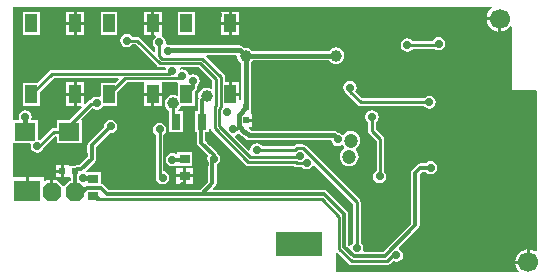
<source format=gbl>
G04 Layer_Physical_Order=2*
G04 Layer_Color=16711680*
%FSLAX25Y25*%
%MOIN*%
G70*
G01*
G75*
%ADD14R,0.02362X0.01969*%
%ADD15R,0.01969X0.02362*%
%ADD32R,0.03543X0.03150*%
%ADD43C,0.01181*%
%ADD44C,0.01575*%
%ADD45C,0.00984*%
G04:AMPARAMS|DCode=49|XSize=59.06mil|YSize=59.06mil|CornerRadius=0mil|HoleSize=0mil|Usage=FLASHONLY|Rotation=90.000|XOffset=0mil|YOffset=0mil|HoleType=Round|Shape=Octagon|*
%AMOCTAGOND49*
4,1,8,0.01476,0.02953,-0.01476,0.02953,-0.02953,0.01476,-0.02953,-0.01476,-0.01476,-0.02953,0.01476,-0.02953,0.02953,-0.01476,0.02953,0.01476,0.01476,0.02953,0.0*
%
%ADD49OCTAGOND49*%

%ADD50R,0.15748X0.07874*%
%ADD51C,0.03937*%
%ADD52R,0.09055X0.07087*%
%ADD53C,0.04724*%
%ADD54C,0.06693*%
%ADD55C,0.01969*%
%ADD56C,0.02756*%
%ADD57R,0.03150X0.05512*%
%ADD58R,0.06890X0.05906*%
%ADD59R,0.03937X0.05906*%
G36*
X160755Y-1386D02*
X160187Y-1821D01*
X159491Y-2729D01*
X159053Y-3787D01*
X158969Y-4421D01*
X163287D01*
Y-4921D01*
X163787D01*
Y-9239D01*
X164422Y-9156D01*
X165479Y-8718D01*
X166387Y-8021D01*
X166823Y-7454D01*
X167323Y-7623D01*
Y-28543D01*
X175434D01*
X175787Y-28897D01*
X175701Y-82278D01*
X175252Y-82498D01*
X175027Y-82325D01*
X173969Y-81888D01*
X173335Y-81804D01*
Y-86122D01*
X172835D01*
Y-86622D01*
X168517D01*
X168600Y-87257D01*
X169038Y-88314D01*
X169540Y-88968D01*
X169294Y-89468D01*
X108661D01*
Y-83045D01*
X109161Y-82838D01*
X112974Y-86651D01*
X113397Y-86934D01*
X113897Y-87033D01*
X125617D01*
X126117Y-86934D01*
X126540Y-86651D01*
X127632Y-85558D01*
X127994Y-85799D01*
X128839Y-85968D01*
X129683Y-85799D01*
X130400Y-85321D01*
X130878Y-84605D01*
X131046Y-83760D01*
X130878Y-82915D01*
X130400Y-82199D01*
X129845Y-81828D01*
X129712Y-81255D01*
X136131Y-74835D01*
X136436Y-74379D01*
X136543Y-73842D01*
Y-56783D01*
X137390Y-55935D01*
X138597D01*
X138702Y-56091D01*
X139418Y-56570D01*
X140263Y-56738D01*
X141108Y-56570D01*
X141824Y-56091D01*
X142303Y-55375D01*
X142471Y-54530D01*
X142303Y-53685D01*
X141824Y-52969D01*
X141108Y-52491D01*
X140263Y-52323D01*
X139418Y-52491D01*
X138702Y-52969D01*
X138597Y-53125D01*
X136808D01*
X136271Y-53232D01*
X135815Y-53537D01*
X134144Y-55207D01*
X133840Y-55663D01*
X133733Y-56201D01*
Y-73260D01*
X124342Y-82650D01*
X118038D01*
X117727Y-82150D01*
X117857Y-81496D01*
X117689Y-80651D01*
X117211Y-79935D01*
X116954Y-79764D01*
Y-69291D01*
Y-66107D01*
X116855Y-65608D01*
X116572Y-65184D01*
X98598Y-47210D01*
X98175Y-46927D01*
X97675Y-46828D01*
X95541D01*
X95041Y-46927D01*
X94618Y-47210D01*
X94449Y-47379D01*
X84069D01*
X83897Y-47122D01*
X83181Y-46644D01*
X82336Y-46476D01*
X81491Y-46644D01*
X80775Y-47122D01*
X80296Y-47839D01*
X80136Y-48647D01*
X79825Y-48846D01*
X79696Y-48914D01*
X75041Y-44259D01*
X75224Y-43735D01*
X75872Y-43302D01*
X75909Y-43246D01*
X76407Y-43197D01*
X76971Y-43761D01*
X76971Y-43761D01*
X77491Y-44109D01*
X77782Y-44167D01*
X78549Y-44935D01*
X78549Y-44935D01*
X79070Y-45283D01*
X79685Y-45405D01*
X79685Y-45405D01*
X107089D01*
X107212Y-46022D01*
X107691Y-46738D01*
X108407Y-47217D01*
X109252Y-47385D01*
X110097Y-47217D01*
X110440Y-46987D01*
X110919Y-47133D01*
X110930Y-47159D01*
X111321Y-47669D01*
X111409Y-47894D01*
X111265Y-48317D01*
X110844Y-48640D01*
X110339Y-49297D01*
X110022Y-50064D01*
X109914Y-50886D01*
X110022Y-51708D01*
X110339Y-52474D01*
X110844Y-53132D01*
X111502Y-53637D01*
X112268Y-53954D01*
X113091Y-54063D01*
X113913Y-53954D01*
X114679Y-53637D01*
X115337Y-53132D01*
X115842Y-52474D01*
X116159Y-51708D01*
X116267Y-50886D01*
X116159Y-50064D01*
X115842Y-49297D01*
X115451Y-48788D01*
X115363Y-48562D01*
X115507Y-48140D01*
X115927Y-47817D01*
X116432Y-47159D01*
X116750Y-46393D01*
X116858Y-45571D01*
X116750Y-44749D01*
X116432Y-43982D01*
X115927Y-43325D01*
X115269Y-42820D01*
X114503Y-42502D01*
X113681Y-42394D01*
X112859Y-42502D01*
X112093Y-42820D01*
X111435Y-43325D01*
X111201Y-43629D01*
X110813Y-43616D01*
X110097Y-43137D01*
X109331Y-42985D01*
X109009Y-42664D01*
X108489Y-42316D01*
X107874Y-42193D01*
X107874Y-42194D01*
X80350D01*
X79647Y-41490D01*
X79573Y-41441D01*
X79724Y-40941D01*
X80626D01*
Y-39260D01*
X78642D01*
Y-38260D01*
X80626D01*
Y-36579D01*
X80626D01*
X80413Y-36437D01*
Y-32500D01*
X80247D01*
Y-19587D01*
X80509Y-19387D01*
X80935Y-18831D01*
X106425D01*
X106701Y-19191D01*
X107277Y-19633D01*
X107947Y-19910D01*
X108667Y-20005D01*
X109386Y-19910D01*
X110057Y-19633D01*
X110632Y-19191D01*
X111074Y-18615D01*
X111352Y-17945D01*
X111446Y-17225D01*
X111352Y-16506D01*
X111074Y-15835D01*
X110632Y-15260D01*
X110057Y-14818D01*
X109386Y-14540D01*
X108667Y-14446D01*
X107947Y-14540D01*
X107277Y-14818D01*
X106701Y-15260D01*
X106425Y-15620D01*
X80635D01*
X80509Y-15456D01*
X79933Y-15014D01*
X79263Y-14736D01*
X78543Y-14642D01*
X78094Y-14701D01*
X77710Y-14317D01*
X77189Y-13969D01*
X76575Y-13847D01*
X76575Y-13847D01*
X53613D01*
X53407Y-13709D01*
X52562Y-13541D01*
X52367Y-13580D01*
X51942Y-13155D01*
X52013Y-12796D01*
X51845Y-11951D01*
X51367Y-11235D01*
X50897Y-10921D01*
X50609Y-10537D01*
X50557Y-10267D01*
X50557Y-9983D01*
Y-6996D01*
X48089D01*
Y-10449D01*
X48521D01*
X48672Y-10949D01*
X48245Y-11235D01*
X47766Y-11951D01*
X47598Y-12796D01*
X47766Y-13641D01*
X48245Y-14357D01*
X48501Y-14528D01*
Y-15787D01*
X48039Y-15978D01*
X43344Y-11283D01*
X42921Y-11000D01*
X42421Y-10901D01*
X40711D01*
X40539Y-10644D01*
X39823Y-10166D01*
X38978Y-9997D01*
X38133Y-10166D01*
X37417Y-10644D01*
X36939Y-11360D01*
X36770Y-12205D01*
X36939Y-13050D01*
X37417Y-13767D01*
X38133Y-14245D01*
X38978Y-14413D01*
X39823Y-14245D01*
X40539Y-13767D01*
X40711Y-13510D01*
X41881D01*
X49078Y-20707D01*
X49501Y-20990D01*
X50001Y-21089D01*
X51638D01*
X51913Y-21521D01*
X51733Y-21924D01*
X14075D01*
X13576Y-22023D01*
X13152Y-22306D01*
X9080Y-26378D01*
X4429D01*
Y-33858D01*
X9941D01*
Y-29207D01*
X14615Y-24533D01*
X36109D01*
X36300Y-24995D01*
X34917Y-26378D01*
X30266D01*
Y-30734D01*
X29766Y-31010D01*
X29037Y-30865D01*
X28192Y-31033D01*
X27476Y-31511D01*
X27108Y-32061D01*
X26969D01*
X26469Y-32161D01*
X26046Y-32444D01*
X25182Y-33307D01*
X24721Y-33116D01*
Y-30618D01*
X22252D01*
Y-34071D01*
X23765D01*
X23957Y-34533D01*
X19710Y-38780D01*
X15551D01*
Y-41215D01*
X14764D01*
X14265Y-41314D01*
X13841Y-41597D01*
X10020Y-45418D01*
X9999Y-45404D01*
X9252Y-45255D01*
Y-38780D01*
X7489D01*
X7190Y-38280D01*
X7326Y-37598D01*
X7158Y-36754D01*
X6679Y-36037D01*
X5963Y-35559D01*
X5118Y-35391D01*
X4273Y-35559D01*
X3557Y-36037D01*
X3078Y-36754D01*
X2910Y-37598D01*
X3046Y-38280D01*
X2747Y-38780D01*
X1083D01*
Y-1083D01*
X1280Y-886D01*
X160585D01*
X160755Y-1386D01*
D02*
G37*
G36*
X75764Y-17421D02*
X75858Y-18141D01*
X76136Y-18811D01*
X76578Y-19387D01*
X77036Y-19738D01*
Y-32063D01*
X76894Y-32176D01*
X76394Y-31935D01*
Y-30618D01*
X73425D01*
Y-30118D01*
X72925D01*
Y-26165D01*
X71679D01*
Y-24409D01*
X71579Y-23910D01*
X71297Y-23487D01*
X65368Y-17558D01*
X65575Y-17058D01*
X75445D01*
X75764Y-17421D01*
D02*
G37*
G36*
X67495Y-25602D02*
Y-28161D01*
X67046Y-28382D01*
X66941Y-28301D01*
X66271Y-28024D01*
X65551Y-27929D01*
X64832Y-28024D01*
X64161Y-28301D01*
X63586Y-28743D01*
X63144Y-29319D01*
X62866Y-29989D01*
X62771Y-30709D01*
X62866Y-31428D01*
X62888Y-31481D01*
X62777Y-31647D01*
X62670Y-32185D01*
Y-35728D01*
X61713D01*
Y-42815D01*
X62375D01*
Y-46260D01*
X62481Y-46797D01*
X62786Y-47253D01*
X66032Y-50500D01*
X65877Y-50732D01*
X65709Y-51577D01*
X65877Y-52422D01*
X66115Y-52778D01*
Y-59261D01*
X63394Y-61981D01*
X33062D01*
X31308Y-60227D01*
X30853Y-59922D01*
X30413Y-59835D01*
Y-56102D01*
X25457D01*
X25218Y-55634D01*
X28257Y-52595D01*
X28562Y-52139D01*
X28669Y-51601D01*
Y-47731D01*
X33380Y-43020D01*
X33565Y-43056D01*
X34409Y-42888D01*
X35126Y-42410D01*
X35604Y-41693D01*
X35772Y-40848D01*
X35604Y-40004D01*
X35126Y-39287D01*
X34409Y-38809D01*
X33565Y-38641D01*
X32720Y-38809D01*
X32004Y-39287D01*
X31525Y-40004D01*
X31357Y-40848D01*
X31394Y-41033D01*
X26270Y-46156D01*
X25966Y-46612D01*
X25859Y-47149D01*
Y-51020D01*
X23103Y-53776D01*
X22260D01*
X21723Y-53883D01*
X21641Y-53937D01*
X20034D01*
X19622Y-53724D01*
X19352Y-53724D01*
X17941D01*
Y-55709D01*
Y-57693D01*
X19622D01*
X19749Y-57628D01*
X20249Y-57932D01*
Y-59055D01*
X19783D01*
X18268Y-60570D01*
X17831Y-60720D01*
X17646Y-60536D01*
X15854Y-58744D01*
X14378D01*
Y-62697D01*
X13378D01*
Y-58744D01*
X11902D01*
X11698Y-58947D01*
X11236Y-58756D01*
Y-57760D01*
X6209D01*
Y-62303D01*
X5209D01*
Y-57760D01*
X1083D01*
Y-46260D01*
X6785D01*
X7082Y-46760D01*
X6946Y-47443D01*
X7114Y-48288D01*
X7593Y-49004D01*
X8309Y-49483D01*
X9154Y-49651D01*
X9999Y-49483D01*
X10715Y-49004D01*
X11194Y-48288D01*
X11281Y-47847D01*
X15051Y-44077D01*
X15551Y-44284D01*
Y-46260D01*
X24016D01*
Y-38780D01*
X24016D01*
X23835Y-38344D01*
X27509Y-34671D01*
X27531D01*
X28192Y-35112D01*
X29037Y-35280D01*
X29882Y-35112D01*
X30598Y-34634D01*
X31077Y-33917D01*
X31088Y-33858D01*
X35778D01*
Y-29207D01*
X38877Y-26108D01*
X44144D01*
X44620Y-26165D01*
X44620Y-26608D01*
Y-29618D01*
X47589D01*
X50557D01*
X50557Y-26165D01*
X51033Y-26108D01*
X55714D01*
X56071Y-26356D01*
X56102Y-26592D01*
Y-30490D01*
X55602Y-30713D01*
X55050Y-30484D01*
X54331Y-30390D01*
X53611Y-30484D01*
X52941Y-30762D01*
X52365Y-31204D01*
X51923Y-31780D01*
X51646Y-32450D01*
X51551Y-33169D01*
X51646Y-33889D01*
X51923Y-34559D01*
X52365Y-35135D01*
X52941Y-35577D01*
X53026Y-35612D01*
Y-38189D01*
X53051Y-38315D01*
Y-42815D01*
X57776D01*
Y-35728D01*
X56344D01*
X56174Y-35228D01*
X56296Y-35135D01*
X56738Y-34559D01*
X57016Y-33889D01*
X57020Y-33858D01*
X61614D01*
Y-29207D01*
X62045Y-28777D01*
X62327Y-28354D01*
X62427Y-27854D01*
Y-27323D01*
X62683Y-27152D01*
X63162Y-26435D01*
X63330Y-25591D01*
X63162Y-24746D01*
X62683Y-24029D01*
X61967Y-23551D01*
X61122Y-23383D01*
X60277Y-23551D01*
X60052Y-23701D01*
X59590Y-23510D01*
X59523Y-23172D01*
X59044Y-22456D01*
X58328Y-21977D01*
X57483Y-21809D01*
X56795Y-21946D01*
X56619Y-21867D01*
X56537Y-21589D01*
X56908Y-21089D01*
X62982D01*
X67495Y-25602D01*
D02*
G37*
G36*
X67003Y-41998D02*
X67286Y-42421D01*
X78506Y-53641D01*
X78930Y-53924D01*
X79429Y-54024D01*
X94689D01*
X95041Y-54259D01*
X95541Y-54358D01*
X97337D01*
X97413Y-54472D01*
X98129Y-54951D01*
X98974Y-55119D01*
X99819Y-54951D01*
X100535Y-54472D01*
X100907Y-53916D01*
X101480Y-53782D01*
X114345Y-66647D01*
Y-69291D01*
Y-79764D01*
X114088Y-79935D01*
X113718Y-80489D01*
X113194Y-80612D01*
X112822Y-80286D01*
Y-70173D01*
X112715Y-69635D01*
X112411Y-69180D01*
X105623Y-62392D01*
X105168Y-62088D01*
X104630Y-61981D01*
X68022D01*
X67830Y-61519D01*
X68513Y-60836D01*
X68818Y-60380D01*
X68925Y-59842D01*
Y-53508D01*
X69478Y-53139D01*
X69956Y-52422D01*
X70125Y-51577D01*
X69956Y-50732D01*
X69478Y-50016D01*
X69192Y-49825D01*
X68910Y-49404D01*
X65184Y-45678D01*
Y-42815D01*
X66437D01*
Y-41714D01*
X66937Y-41664D01*
X67003Y-41998D01*
D02*
G37*
%LPC*%
G36*
X21252Y-30618D02*
X18783D01*
Y-34071D01*
X21252D01*
Y-30618D01*
D02*
G37*
G36*
X113386Y-25647D02*
X112541Y-25815D01*
X111825Y-26293D01*
X111346Y-27009D01*
X111178Y-27854D01*
X111346Y-28699D01*
X111825Y-29416D01*
X112163Y-29641D01*
X112180Y-29732D01*
X112463Y-30155D01*
X116007Y-33698D01*
X116430Y-33981D01*
X116929Y-34080D01*
X138097D01*
X138268Y-34337D01*
X138984Y-34815D01*
X139829Y-34983D01*
X140674Y-34815D01*
X141390Y-34337D01*
X141869Y-33621D01*
X142037Y-32776D01*
X141869Y-31931D01*
X141390Y-31214D01*
X140674Y-30736D01*
X139829Y-30568D01*
X138984Y-30736D01*
X138268Y-31214D01*
X138097Y-31471D01*
X117470D01*
X115134Y-29136D01*
X115426Y-28699D01*
X115594Y-27854D01*
X115426Y-27009D01*
X114947Y-26293D01*
X114231Y-25815D01*
X113386Y-25647D01*
D02*
G37*
G36*
X60827Y-49409D02*
X55709D01*
Y-49718D01*
X55209Y-49985D01*
X54981Y-49833D01*
X54137Y-49665D01*
X53292Y-49833D01*
X52575Y-50311D01*
X52097Y-51028D01*
X51929Y-51873D01*
X52097Y-52718D01*
X52575Y-53434D01*
X53292Y-53912D01*
X54137Y-54080D01*
X54981Y-53912D01*
X55209Y-53760D01*
X55709Y-54028D01*
Y-54134D01*
X60827D01*
Y-49409D01*
D02*
G37*
G36*
X76394Y-26165D02*
X73925D01*
Y-29618D01*
X76394D01*
Y-26165D01*
D02*
G37*
G36*
X50557Y-30618D02*
X48089D01*
Y-34071D01*
X50557D01*
Y-30618D01*
D02*
G37*
G36*
X47089D02*
X44620D01*
Y-34071D01*
X47089D01*
Y-30618D01*
D02*
G37*
G36*
X57768Y-57784D02*
X55496D01*
Y-59858D01*
X57768D01*
Y-57784D01*
D02*
G37*
G36*
X61039D02*
X58768D01*
Y-59858D01*
X61039D01*
Y-57784D01*
D02*
G37*
G36*
X172335Y-81804D02*
X171700Y-81888D01*
X170643Y-82325D01*
X169735Y-83022D01*
X169038Y-83930D01*
X168600Y-84987D01*
X168517Y-85622D01*
X172335D01*
Y-81804D01*
D02*
G37*
G36*
X49893Y-39623D02*
X49049Y-39791D01*
X48332Y-40270D01*
X47854Y-40986D01*
X47686Y-41831D01*
X47854Y-42676D01*
X48332Y-43392D01*
X48589Y-43563D01*
Y-58063D01*
X48688Y-58562D01*
X48971Y-58985D01*
X49068Y-59050D01*
X49327Y-59438D01*
X50043Y-59917D01*
X50888Y-60085D01*
X51733Y-59917D01*
X52449Y-59438D01*
X52928Y-58722D01*
X53096Y-57877D01*
X52928Y-57032D01*
X52449Y-56316D01*
X51733Y-55837D01*
X51198Y-55731D01*
Y-43563D01*
X51455Y-43392D01*
X51933Y-42676D01*
X52101Y-41831D01*
X51933Y-40986D01*
X51455Y-40270D01*
X50738Y-39791D01*
X49893Y-39623D01*
D02*
G37*
G36*
X120669Y-35489D02*
X119824Y-35657D01*
X119108Y-36136D01*
X118630Y-36852D01*
X118462Y-37697D01*
X118630Y-38542D01*
X119108Y-39258D01*
X119365Y-39429D01*
Y-42189D01*
X119464Y-42689D01*
X119747Y-43112D01*
X122219Y-45584D01*
Y-55550D01*
X121667Y-55919D01*
X121189Y-56635D01*
X121021Y-57480D01*
X121189Y-58325D01*
X121667Y-59041D01*
X122383Y-59520D01*
X123228Y-59688D01*
X124073Y-59520D01*
X124790Y-59041D01*
X125268Y-58325D01*
X125436Y-57480D01*
X125268Y-56635D01*
X124828Y-55977D01*
Y-45044D01*
X124729Y-44545D01*
X124446Y-44121D01*
X121974Y-41649D01*
Y-39429D01*
X122230Y-39258D01*
X122709Y-38542D01*
X122877Y-37697D01*
X122709Y-36852D01*
X122230Y-36136D01*
X121514Y-35657D01*
X120669Y-35489D01*
D02*
G37*
G36*
X61039Y-54709D02*
X58768D01*
Y-56783D01*
X61039D01*
Y-54709D01*
D02*
G37*
G36*
X16941Y-53724D02*
X15260D01*
Y-55209D01*
X16941D01*
Y-53724D01*
D02*
G37*
G36*
Y-56209D02*
X15260D01*
Y-57693D01*
X16941D01*
Y-56209D01*
D02*
G37*
G36*
X57768Y-54709D02*
X55496D01*
Y-56783D01*
X57768D01*
Y-54709D01*
D02*
G37*
G36*
X162787Y-5421D02*
X158969D01*
X159053Y-6056D01*
X159491Y-7113D01*
X160187Y-8021D01*
X161095Y-8718D01*
X162153Y-9156D01*
X162787Y-9239D01*
Y-5421D01*
D02*
G37*
G36*
X72925Y-2543D02*
X70457D01*
Y-5996D01*
X72925D01*
Y-2543D01*
D02*
G37*
G36*
X35778Y-2756D02*
X30266D01*
Y-10236D01*
X35778D01*
Y-2756D01*
D02*
G37*
G36*
X61614D02*
X56102D01*
Y-10236D01*
X61614D01*
Y-2756D01*
D02*
G37*
G36*
X76394Y-2543D02*
X73925D01*
Y-5996D01*
X76394D01*
Y-2543D01*
D02*
G37*
G36*
X21252D02*
X18783D01*
Y-5996D01*
X21252D01*
Y-2543D01*
D02*
G37*
G36*
X24721D02*
X22252D01*
Y-5996D01*
X24721D01*
Y-2543D01*
D02*
G37*
G36*
X47089D02*
X44620D01*
Y-5996D01*
X47089D01*
Y-2543D01*
D02*
G37*
G36*
X50557D02*
X48089D01*
Y-5996D01*
X50557D01*
Y-2543D01*
D02*
G37*
G36*
X142913Y-10981D02*
X142069Y-11149D01*
X141352Y-11628D01*
X140874Y-12344D01*
X140867Y-12376D01*
X134213D01*
X134041Y-12120D01*
X133325Y-11641D01*
X132480Y-11473D01*
X131635Y-11641D01*
X130919Y-12120D01*
X130441Y-12836D01*
X130272Y-13681D01*
X130441Y-14526D01*
X130919Y-15242D01*
X131635Y-15721D01*
X132480Y-15889D01*
X133325Y-15721D01*
X134041Y-15242D01*
X134213Y-14986D01*
X141705D01*
X142069Y-15229D01*
X142913Y-15397D01*
X143758Y-15229D01*
X144474Y-14750D01*
X144953Y-14034D01*
X145121Y-13189D01*
X144953Y-12344D01*
X144474Y-11628D01*
X143758Y-11149D01*
X142913Y-10981D01*
D02*
G37*
G36*
X21252Y-6996D02*
X18783D01*
Y-10449D01*
X21252D01*
Y-6996D01*
D02*
G37*
G36*
X21252Y-26165D02*
X18783D01*
Y-29618D01*
X21252D01*
Y-26165D01*
D02*
G37*
G36*
X24721D02*
X22252D01*
Y-29618D01*
X24721D01*
Y-26165D01*
D02*
G37*
G36*
Y-6996D02*
X22252D01*
Y-10449D01*
X24721D01*
Y-6996D01*
D02*
G37*
G36*
X76394Y-6996D02*
X73925D01*
Y-10449D01*
X76394D01*
Y-6996D01*
D02*
G37*
G36*
X9941Y-2756D02*
X4429D01*
Y-10236D01*
X9941D01*
Y-2756D01*
D02*
G37*
G36*
X47089Y-6996D02*
X44620D01*
Y-10449D01*
X47089D01*
Y-6996D01*
D02*
G37*
G36*
X72925Y-6996D02*
X70457D01*
Y-10449D01*
X72925D01*
Y-6996D01*
D02*
G37*
%LPD*%
D14*
X21732Y-55709D02*
D03*
X17441D02*
D03*
D15*
X78642Y-38760D02*
D03*
Y-34468D02*
D03*
D32*
X27854Y-63976D02*
D03*
Y-58465D02*
D03*
X58268Y-57284D02*
D03*
Y-51772D02*
D03*
D43*
X124924Y-84055D02*
X135138Y-73842D01*
Y-56201D01*
X136808Y-54530D01*
X140263D01*
X114590Y-84055D02*
X124924D01*
X111417Y-80883D02*
X114590Y-84055D01*
X111417Y-80883D02*
Y-70173D01*
X104630Y-63386D02*
X111417Y-70173D01*
X63976Y-63386D02*
X104630D01*
X63976D02*
X67520Y-59842D01*
X32480Y-63386D02*
X63976D01*
X30315Y-61221D02*
X32480Y-63386D01*
X21654Y-62795D02*
X24019D01*
X25593Y-61221D02*
X30315D01*
X24019Y-62795D02*
X25593Y-61221D01*
X21732Y-55709D02*
X22260Y-55181D01*
X21654Y-62795D02*
Y-55787D01*
X21732Y-55709D01*
X22260Y-55181D02*
X23685D01*
X27264Y-47149D02*
X33565Y-40848D01*
X23685Y-55181D02*
X27264Y-51601D01*
Y-47149D01*
X57773Y-51873D02*
X57874Y-51772D01*
X54137Y-51873D02*
X57773D01*
X72835Y-30709D02*
X73425Y-30118D01*
X64075Y-39272D02*
Y-32185D01*
X65551Y-30709D01*
X63779Y-46260D02*
X67917Y-50397D01*
X63779Y-39567D02*
X64075Y-39272D01*
X67917Y-51577D02*
Y-50397D01*
X67520Y-59842D02*
Y-51577D01*
X63779Y-46260D02*
Y-39567D01*
D44*
X53839Y-33071D02*
X55512D01*
X53839D02*
X54331Y-33563D01*
X107874Y-43799D02*
X109252Y-45177D01*
X76228Y-36882D02*
X78642Y-34468D01*
Y-17520D01*
X78543Y-17421D02*
X78642Y-17520D01*
X78511Y-42626D02*
X79685Y-43799D01*
X78106Y-42626D02*
X78511D01*
X79685Y-43799D02*
X107874D01*
X27854Y-63484D02*
X29134Y-64764D01*
X78739Y-17225D02*
X108667D01*
X78543Y-17421D02*
X78739Y-17225D01*
X24312Y-58172D02*
X27857D01*
X27956Y-58074D01*
X27854Y-57973D02*
X27956Y-58074D01*
X5118Y-40256D02*
X5217Y-40354D01*
X5118Y-40256D02*
Y-37598D01*
X72225Y-5296D02*
X73425Y-6496D01*
X76228Y-40748D02*
Y-36882D01*
Y-40748D02*
X78106Y-42626D01*
X76575Y-15453D02*
X78543Y-17421D01*
X52562Y-15749D02*
X52858Y-15453D01*
X76575D01*
D45*
X109744Y-81576D02*
Y-70866D01*
X127586Y-83760D02*
X128839D01*
X125617Y-85728D02*
X127586Y-83760D01*
X113897Y-85728D02*
X125617D01*
X109744Y-81576D02*
X113897Y-85728D01*
X29429Y-65059D02*
X103937D01*
X109744Y-70866D01*
X115650Y-69291D02*
Y-66107D01*
Y-81496D02*
Y-69291D01*
X120669Y-42189D02*
X123524Y-45044D01*
X120669Y-42189D02*
Y-37697D01*
X97675Y-48132D02*
X115650Y-66107D01*
X115551Y-81398D02*
X115650Y-81496D01*
X49893Y-58063D02*
Y-41831D01*
X50079Y-57877D02*
X50888D01*
X49893Y-58063D02*
X50079Y-57877D01*
X29134Y-64764D02*
X29429Y-65059D01*
X26969Y-33366D02*
X28743D01*
X29037Y-33073D01*
X7185Y-30118D02*
X14075Y-23228D01*
X96009Y-51144D02*
X96560Y-50593D01*
X82336Y-48684D02*
X94989D01*
X95541Y-48132D01*
X33022Y-30118D02*
X38337Y-24803D01*
X95541Y-48132D02*
X97675D01*
X9154Y-47443D02*
X9840D01*
X14764Y-42520D01*
X19783D01*
X19980Y-40354D02*
X26969Y-33366D01*
X113386Y-29232D02*
Y-27854D01*
Y-29232D02*
X116929Y-32776D01*
X139829D01*
X132480Y-13681D02*
X142421D01*
X142913Y-13189D01*
X74311Y-41741D02*
X75236D01*
X76228Y-40748D01*
X123228Y-57480D02*
X123524Y-57185D01*
Y-45044D01*
X70374Y-34315D02*
Y-24409D01*
X69784Y-34906D02*
X70374Y-34315D01*
X69784Y-40846D02*
Y-34906D01*
Y-40846D02*
X80081Y-51144D01*
X96009D01*
X68799Y-33663D02*
Y-25062D01*
X68209Y-34254D02*
X68799Y-33663D01*
X68209Y-41499D02*
Y-34254D01*
Y-41499D02*
X79429Y-52719D01*
X95206D01*
X95541Y-53054D01*
X98832D01*
X98974Y-52911D01*
X54331Y-38189D02*
X55413Y-39272D01*
X14075Y-23228D02*
X53153D01*
X63522Y-19784D02*
X68799Y-25062D01*
X38337Y-24803D02*
X56037D01*
X53153Y-23228D02*
X54137Y-22245D01*
X56037Y-24803D02*
X56823Y-24017D01*
X57483D01*
X61122Y-27854D02*
Y-25591D01*
X58858Y-30118D02*
X61122Y-27854D01*
X54331Y-38189D02*
Y-33563D01*
X64174Y-18210D02*
X70374Y-24409D01*
X42421Y-12205D02*
X50001Y-19784D01*
X38978Y-12205D02*
X42421D01*
X49806Y-17363D02*
Y-12796D01*
Y-17363D02*
X50653Y-18210D01*
X50001Y-19784D02*
X63522D01*
X50653Y-18210D02*
X64174D01*
D49*
X21654Y-62795D02*
D03*
X13878Y-62697D02*
D03*
D50*
X96260Y-79921D02*
D03*
D51*
X65551Y-30709D02*
D03*
X54331Y-33169D02*
D03*
X108667Y-17225D02*
D03*
X78543Y-17421D02*
D03*
D52*
X5709Y-62303D02*
D03*
D53*
X113091Y-50886D02*
D03*
X113681Y-45571D02*
D03*
D54*
X172835Y-86122D02*
D03*
X163287Y-4921D02*
D03*
D55*
X45965Y-54528D02*
D03*
X41634D02*
D03*
X45965Y-50197D02*
D03*
X41634D02*
D03*
D56*
X140263Y-54530D02*
D03*
X120669Y-37697D02*
D03*
X109252Y-45177D02*
D03*
X150787Y-53839D02*
D03*
X128839Y-83760D02*
D03*
X115650Y-81496D02*
D03*
X50888Y-57877D02*
D03*
X42520Y-19783D02*
D03*
X42618Y-16043D02*
D03*
X29037Y-33073D02*
D03*
X33565Y-40848D02*
D03*
X14567Y-9350D02*
D03*
X49806Y-12796D02*
D03*
X51968Y-9252D02*
D03*
X67917Y-51577D02*
D03*
X73228Y-19094D02*
D03*
X64961Y-53445D02*
D03*
X67126Y-45866D02*
D03*
X127657Y-39272D02*
D03*
X120177Y-52264D02*
D03*
X82336Y-48684D02*
D03*
X5315Y-15748D02*
D03*
Y-22539D02*
D03*
X14665Y-30315D02*
D03*
X33366Y-45866D02*
D03*
X15256Y-47736D02*
D03*
X25492Y-42815D02*
D03*
X24312Y-58172D02*
D03*
X130118Y-29429D02*
D03*
X4429Y-50886D02*
D03*
X20079Y-50197D02*
D03*
X30512Y-50098D02*
D03*
X24705Y-50197D02*
D03*
X9154Y-47443D02*
D03*
X5118Y-37598D02*
D03*
X38978Y-12205D02*
D03*
X42421Y-28937D02*
D03*
X34843Y-17815D02*
D03*
X98974Y-52911D02*
D03*
X96560Y-50593D02*
D03*
X131004Y-17717D02*
D03*
X54137Y-51873D02*
D03*
X151279Y-27461D02*
D03*
X145669Y-27559D02*
D03*
X53248Y-28346D02*
D03*
X112598Y-11417D02*
D03*
X52067Y-2559D02*
D03*
X99606Y-7185D02*
D03*
X69390Y-3740D02*
D03*
X42323Y-32382D02*
D03*
X113386Y-27854D02*
D03*
X15157Y-2953D02*
D03*
X157677Y-31398D02*
D03*
X117913Y-48819D02*
D03*
X164764Y-87008D02*
D03*
X144980Y-20866D02*
D03*
X146752Y-8268D02*
D03*
X42224Y-41043D02*
D03*
X117323Y-7677D02*
D03*
X139829Y-32776D02*
D03*
X138091Y-17520D02*
D03*
X157579Y-15551D02*
D03*
X26083Y-2657D02*
D03*
X38976Y-7874D02*
D03*
X49893Y-41831D02*
D03*
X43898Y-39272D02*
D03*
X9350Y-36909D02*
D03*
X41339Y-38583D02*
D03*
X132480Y-13681D02*
D03*
X142913Y-13189D02*
D03*
X85925Y-40059D02*
D03*
Y-35728D02*
D03*
Y-31398D02*
D03*
Y-27067D02*
D03*
Y-22736D02*
D03*
X90256Y-40059D02*
D03*
Y-35728D02*
D03*
Y-31398D02*
D03*
Y-27067D02*
D03*
Y-22736D02*
D03*
X94587Y-40059D02*
D03*
Y-35728D02*
D03*
Y-31398D02*
D03*
Y-27067D02*
D03*
Y-22736D02*
D03*
X98917Y-40059D02*
D03*
Y-35728D02*
D03*
Y-31398D02*
D03*
Y-27067D02*
D03*
Y-22736D02*
D03*
X103248Y-40059D02*
D03*
Y-35728D02*
D03*
Y-31398D02*
D03*
Y-27067D02*
D03*
Y-22736D02*
D03*
X74311Y-41741D02*
D03*
X57579Y-60728D02*
D03*
X136713Y-76181D02*
D03*
X138386Y-65158D02*
D03*
X123228Y-57480D02*
D03*
X72244Y-35925D02*
D03*
X54137Y-22245D02*
D03*
X57483Y-24017D02*
D03*
X61122Y-25591D02*
D03*
X52562Y-15749D02*
D03*
X148622Y-32874D02*
D03*
D57*
X55413Y-39272D02*
D03*
X64075D02*
D03*
D58*
X5020Y-42520D02*
D03*
X19783D02*
D03*
D59*
X58858Y-6496D02*
D03*
Y-30118D02*
D03*
X73425D02*
D03*
Y-6496D02*
D03*
X7185D02*
D03*
Y-30118D02*
D03*
X21752D02*
D03*
Y-6496D02*
D03*
X33022D02*
D03*
Y-30118D02*
D03*
X47589D02*
D03*
Y-6496D02*
D03*
M02*

</source>
